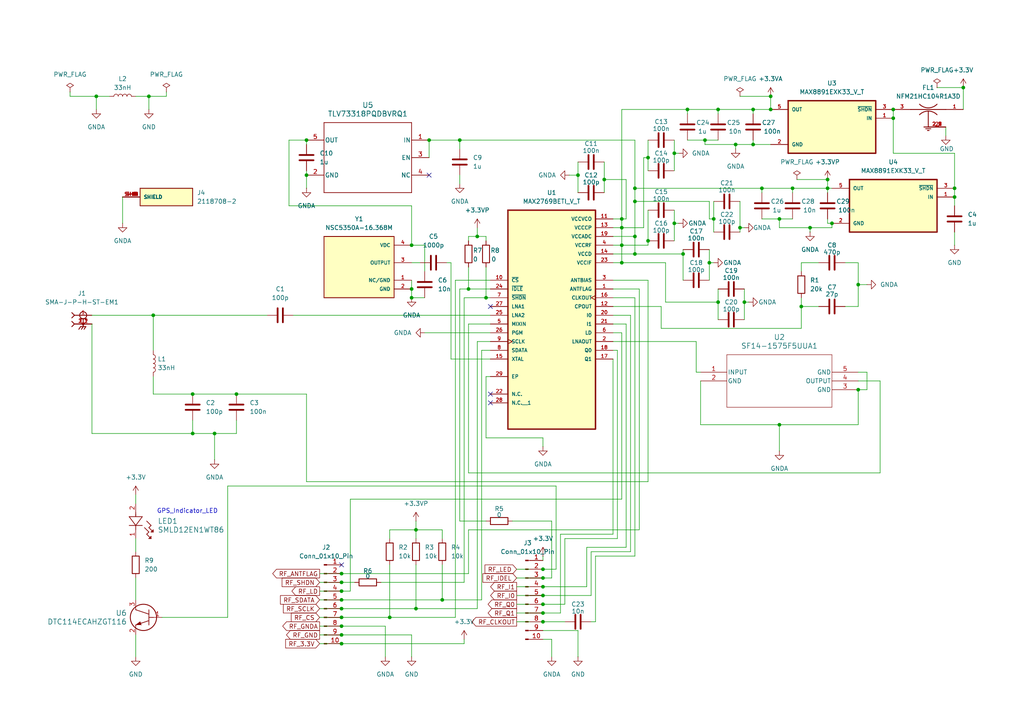
<source format=kicad_sch>
(kicad_sch (version 20250114) (generator "eeschema") (generator_version "9.0")
  (paper "A4")
  (title_block (title "GPS FrontEnd") (date "2025-11-06") (rev "Ver.1.1") (company "ISHI-Kai"))
  (text "GPS_Indicator_LED" (at 54.356 148.336 0) (effects (font (size 1.27 1.27))))
  (junction (at 215.9 87.63))
  (junction (at 279.4 25.4))
  (junction (at 157.48 170.18))
  (junction (at 119.38 71.12))
  (junction (at 55.88 125.73))
  (junction (at 207.01 63.5))
  (junction (at 99.06 168.91))
  (junction (at 99.06 186.69))
  (junction (at 138.43 68.58))
  (junction (at 276.86 57.15))
  (junction (at 232.41 88.9))
  (junction (at 180.34 63.5))
  (junction (at 140.97 86.36))
  (junction (at 226.06 123.19))
  (junction (at 218.44 31.75))
  (junction (at 180.34 76.2))
  (junction (at 133.35 40.64))
  (junction (at 157.48 180.34))
  (junction (at 240.03 52.07))
  (junction (at 99.06 166.37))
  (junction (at 120.65 176.53))
  (junction (at 99.06 176.53))
  (junction (at 128.27 173.99))
  (junction (at 220.98 54.61))
  (junction (at 184.15 54.61))
  (junction (at 180.34 71.12))
  (junction (at 240.03 54.61))
  (junction (at 44.45 91.44))
  (junction (at 99.06 179.07))
  (junction (at 198.12 73.66))
  (junction (at 195.58 44.45))
  (junction (at 135.89 83.82))
  (junction (at 259.08 31.75))
  (junction (at 55.88 114.3))
  (junction (at 113.03 179.07))
  (junction (at 99.06 171.45))
  (junction (at 208.28 31.75))
  (junction (at 88.9 50.8))
  (junction (at 184.15 73.66))
  (junction (at 68.58 114.3))
  (junction (at 234.95 66.04))
  (junction (at 184.15 58.42))
  (junction (at 187.96 69.85))
  (junction (at 157.48 172.72))
  (junction (at 229.87 54.61))
  (junction (at 157.48 175.26))
  (junction (at 223.52 27.94))
  (junction (at 119.38 86.36))
  (junction (at 276.86 54.61))
  (junction (at 259.08 34.29))
  (junction (at 157.48 177.8))
  (junction (at 205.74 76.2))
  (junction (at 208.28 87.63))
  (junction (at 248.92 113.03))
  (junction (at 241.3 64.77))
  (junction (at 99.06 173.99))
  (junction (at 214.63 66.04))
  (junction (at 119.38 83.82))
  (junction (at 27.94 27.94))
  (junction (at 43.18 27.94))
  (junction (at 99.06 181.61))
  (junction (at 175.26 52.07))
  (junction (at 248.92 82.55))
  (junction (at 223.52 31.75))
  (junction (at 120.65 153.67))
  (junction (at 199.39 31.75))
  (junction (at 180.34 66.04))
  (junction (at 157.48 165.1))
  (junction (at 88.9 40.64))
  (junction (at 187.96 45.72))
  (junction (at 124.46 40.64))
  (junction (at 218.44 41.91))
  (junction (at 99.06 184.15))
  (junction (at 157.48 167.64))
  (junction (at 213.36 41.91))
  (junction (at 204.47 40.64))
  (junction (at 62.23 125.73))
  (junction (at 184.15 68.58))
  (junction (at 195.58 64.77))
  (junction (at 226.06 63.5))
  (junction (at 167.64 50.8))
  (no_connect (at 142.24 114.3))
  (no_connect (at 142.24 116.84))
  (no_connect (at 142.24 88.9))
  (no_connect (at 99.06 163.83))
  (no_connect (at 124.46 50.8))
  (wire (pts (xy 43.18 27.94) (xy 43.18 31.75)))
  (wire (pts (xy 232.41 88.9) (xy 232.41 95.25)))
  (wire (pts (xy 223.52 27.94) (xy 223.52 31.75)))
  (wire (pts (xy 215.9 87.63) (xy 217.17 87.63)))
  (wire (pts (xy 39.37 184.15) (xy 39.37 190.5)))
  (wire (pts (xy 55.88 114.3) (xy 68.58 114.3)))
  (wire (pts (xy 232.41 88.9) (xy 237.49 88.9)))
  (wire (pts (xy 39.37 156.21) (xy 39.37 160.02)))
  (wire (pts (xy 157.48 177.8) (xy 162.56 177.8)))
  (wire (pts (xy 229.87 54.61) (xy 240.03 54.61)))
  (wire (pts (xy 88.9 139.7) (xy 88.9 114.3)))
  (wire (pts (xy 142.24 101.6) (xy 139.7 101.6)))
  (wire (pts (xy 121.92 76.2) (xy 119.38 76.2)))
  (wire (pts (xy 26.67 125.73) (xy 55.88 125.73)))
  (wire (pts (xy 92.71 168.91) (xy 99.06 168.91)))
  (wire (pts (xy 232.41 78.74) (xy 232.41 76.2)))
  (wire (pts (xy 274.32 36.83) (xy 274.32 39.37)))
  (wire (pts (xy 199.39 31.75) (xy 199.39 33.02)))
  (wire (pts (xy 184.15 40.64) (xy 184.15 54.61)))
  (wire (pts (xy 191.77 88.9) (xy 191.77 95.25)))
  (wire (pts (xy 55.88 125.73) (xy 55.88 121.92)))
  (wire (pts (xy 179.07 156.21) (xy 163.83 156.21)))
  (wire (pts (xy 175.26 52.07) (xy 175.26 55.88)))
  (wire (pts (xy 26.67 93.98) (xy 26.67 125.73)))
  (wire (pts (xy 213.36 41.91) (xy 213.36 43.18)))
  (wire (pts (xy 124.46 40.64) (xy 133.35 40.64)))
  (wire (pts (xy 207.01 58.42) (xy 207.01 63.5)))
  (wire (pts (xy 138.43 68.58) (xy 140.97 68.58)))
  (wire (pts (xy 113.03 163.83) (xy 113.03 179.07)))
  (wire (pts (xy 132.08 81.28) (xy 132.08 179.07)))
  (wire (pts (xy 157.48 165.1) (xy 161.29 165.1)))
  (wire (pts (xy 92.71 184.15) (xy 99.06 184.15)))
  (wire (pts (xy 88.9 114.3) (xy 68.58 114.3)))
  (wire (pts (xy 120.65 153.67) (xy 128.27 153.67)))
  (wire (pts (xy 88.9 49.53) (xy 88.9 50.8)))
  (wire (pts (xy 177.8 76.2) (xy 180.34 76.2)))
  (wire (pts (xy 198.12 73.66) (xy 198.12 81.28)))
  (wire (pts (xy 205.74 76.2) (xy 205.74 81.28)))
  (wire (pts (xy 92.71 179.07) (xy 99.06 179.07)))
  (wire (pts (xy 171.45 160.02) (xy 171.45 172.72)))
  (wire (pts (xy 149.86 167.64) (xy 157.48 167.64)))
  (wire (pts (xy 218.44 41.91) (xy 213.36 41.91)))
  (wire (pts (xy 142.24 99.06) (xy 138.43 99.06)))
  (wire (pts (xy 186.69 45.72) (xy 187.96 45.72)))
  (wire (pts (xy 240.03 52.07) (xy 240.03 54.61)))
  (wire (pts (xy 134.62 86.36) (xy 134.62 168.91)))
  (wire (pts (xy 226.06 123.19) (xy 203.2 123.19)))
  (wire (pts (xy 187.96 139.7) (xy 88.9 139.7)))
  (wire (pts (xy 134.62 168.91) (xy 110.49 168.91)))
  (wire (pts (xy 123.19 71.12) (xy 119.38 71.12)))
  (wire (pts (xy 180.34 71.12) (xy 187.96 71.12)))
  (wire (pts (xy 195.58 64.77) (xy 195.58 69.85)))
  (wire (pts (xy 259.08 44.45) (xy 259.08 34.29)))
  (wire (pts (xy 92.71 166.37) (xy 99.06 166.37)))
  (wire (pts (xy 165.1 50.8) (xy 167.64 50.8)))
  (wire (pts (xy 181.61 158.75) (xy 170.18 158.75)))
  (wire (pts (xy 120.65 151.13) (xy 120.65 153.67)))
  (wire (pts (xy 149.86 180.34) (xy 157.48 180.34)))
  (wire (pts (xy 92.71 171.45) (xy 99.06 171.45)))
  (wire (pts (xy 248.92 82.55) (xy 248.92 88.9)))
  (wire (pts (xy 248.92 113.03) (xy 248.92 123.19)))
  (wire (pts (xy 135.89 69.85) (xy 135.89 68.58)))
  (wire (pts (xy 208.28 31.75) (xy 208.28 33.02)))
  (wire (pts (xy 177.8 63.5) (xy 180.34 63.5)))
  (wire (pts (xy 139.7 101.6) (xy 139.7 173.99)))
  (wire (pts (xy 259.08 31.75) (xy 259.08 34.29)))
  (wire (pts (xy 184.15 54.61) (xy 220.98 54.61)))
  (wire (pts (xy 135.89 68.58) (xy 138.43 68.58)))
  (wire (pts (xy 135.89 166.37) (xy 135.89 153.67)))
  (wire (pts (xy 187.96 71.12) (xy 187.96 69.85)))
  (wire (pts (xy 163.83 156.21) (xy 163.83 175.26)))
  (wire (pts (xy 92.71 181.61) (xy 99.06 181.61)))
  (wire (pts (xy 85.09 91.44) (xy 142.24 91.44)))
  (wire (pts (xy 187.96 60.96) (xy 187.96 69.85)))
  (wire (pts (xy 157.48 185.42) (xy 160.02 185.42)))
  (wire (pts (xy 160.02 185.42) (xy 160.02 190.5)))
  (wire (pts (xy 214.63 27.94) (xy 223.52 27.94)))
  (wire (pts (xy 119.38 86.36) (xy 123.19 86.36)))
  (wire (pts (xy 149.86 175.26) (xy 157.48 175.26)))
  (wire (pts (xy 101.6 144.78) (xy 101.6 171.45)))
  (wire (pts (xy 157.48 172.72) (xy 171.45 172.72)))
  (wire (pts (xy 218.44 41.91) (xy 223.52 41.91)))
  (wire (pts (xy 201.93 107.95) (xy 201.93 99.06)))
  (wire (pts (xy 101.6 144.78) (xy 180.34 144.78)))
  (wire (pts (xy 241.3 66.04) (xy 234.95 66.04)))
  (wire (pts (xy 204.47 41.91) (xy 204.47 40.64)))
  (wire (pts (xy 120.65 176.53) (xy 138.43 176.53)))
  (wire (pts (xy 226.06 63.5) (xy 229.87 63.5)))
  (wire (pts (xy 180.34 31.75) (xy 180.34 63.5)))
  (wire (pts (xy 181.61 63.5) (xy 181.61 52.07)))
  (wire (pts (xy 198.12 72.39) (xy 198.12 73.66)))
  (wire (pts (xy 133.35 40.64) (xy 133.35 43.18)))
  (wire (pts (xy 66.04 179.07) (xy 66.04 140.97)))
  (wire (pts (xy 208.28 31.75) (xy 218.44 31.75)))
  (wire (pts (xy 39.37 143.51) (xy 39.37 146.05)))
  (wire (pts (xy 133.35 50.8) (xy 133.35 53.34)))
  (wire (pts (xy 99.06 166.37) (xy 135.89 166.37)))
  (wire (pts (xy 248.92 107.95) (xy 251.46 107.95)))
  (wire (pts (xy 119.38 184.15) (xy 119.38 190.5)))
  (wire (pts (xy 184.15 58.42) (xy 184.15 68.58)))
  (wire (pts (xy 134.62 186.69) (xy 134.62 185.42)))
  (wire (pts (xy 133.35 40.64) (xy 184.15 40.64)))
  (wire (pts (xy 195.58 44.45) (xy 195.58 49.53)))
  (wire (pts (xy 135.89 77.47) (xy 135.89 83.82)))
  (wire (pts (xy 245.11 76.2) (xy 248.92 76.2)))
  (wire (pts (xy 124.46 40.64) (xy 124.46 45.72)))
  (wire (pts (xy 138.43 66.04) (xy 138.43 68.58)))
  (wire (pts (xy 172.72 180.34) (xy 171.45 180.34)))
  (wire (pts (xy 133.35 83.82) (xy 133.35 151.13)))
  (wire (pts (xy 271.78 25.4) (xy 279.4 25.4)))
  (wire (pts (xy 229.87 54.61) (xy 229.87 55.88)))
  (wire (pts (xy 205.74 63.5) (xy 205.74 58.42)))
  (wire (pts (xy 170.18 158.75) (xy 170.18 170.18)))
  (wire (pts (xy 101.6 171.45) (xy 99.06 171.45)))
  (wire (pts (xy 162.56 154.94) (xy 162.56 177.8)))
  (wire (pts (xy 113.03 156.21) (xy 113.03 153.67)))
  (wire (pts (xy 231.14 52.07) (xy 240.03 52.07)))
  (wire (pts (xy 220.98 54.61) (xy 229.87 54.61)))
  (wire (pts (xy 181.61 93.98) (xy 181.61 158.75)))
  (wire (pts (xy 161.29 140.97) (xy 161.29 165.1)))
  (wire (pts (xy 248.92 110.49) (xy 255.27 110.49)))
  (wire (pts (xy 201.93 107.95) (xy 203.2 107.95)))
  (wire (pts (xy 135.89 153.67) (xy 185.42 153.67)))
  (wire (pts (xy 226.06 66.04) (xy 226.06 63.5)))
  (wire (pts (xy 279.4 25.4) (xy 279.4 31.75)))
  (wire (pts (xy 88.9 40.64) (xy 83.82 40.64)))
  (wire (pts (xy 180.34 71.12) (xy 180.34 66.04)))
  (wire (pts (xy 140.97 127) (xy 157.48 127)))
  (wire (pts (xy 255.27 110.49) (xy 255.27 137.16)))
  (wire (pts (xy 149.86 170.18) (xy 157.48 170.18)))
  (wire (pts (xy 172.72 161.29) (xy 172.72 180.34)))
  (wire (pts (xy 215.9 87.63) (xy 215.9 92.71)))
  (wire (pts (xy 240.03 63.5) (xy 240.03 64.77)))
  (wire (pts (xy 187.96 45.72) (xy 187.96 49.53)))
  (wire (pts (xy 175.26 46.99) (xy 175.26 52.07)))
  (wire (pts (xy 186.69 66.04) (xy 186.69 45.72)))
  (wire (pts (xy 201.93 99.06) (xy 177.8 99.06)))
  (wire (pts (xy 157.48 127) (xy 157.48 129.54)))
  (wire (pts (xy 142.24 86.36) (xy 140.97 86.36)))
  (wire (pts (xy 214.63 66.04) (xy 214.63 67.31)))
  (wire (pts (xy 113.03 153.67) (xy 120.65 153.67)))
  (wire (pts (xy 195.58 64.77) (xy 196.85 64.77)))
  (wire (pts (xy 132.08 179.07) (xy 113.03 179.07)))
  (wire (pts (xy 167.64 50.8) (xy 167.64 55.88)))
  (wire (pts (xy 99.06 179.07) (xy 113.03 179.07)))
  (wire (pts (xy 68.58 125.73) (xy 62.23 125.73)))
  (wire (pts (xy 184.15 161.29) (xy 172.72 161.29)))
  (wire (pts (xy 182.88 160.02) (xy 171.45 160.02)))
  (wire (pts (xy 88.9 50.8) (xy 88.9 54.61)))
  (wire (pts (xy 177.8 88.9) (xy 191.77 88.9)))
  (wire (pts (xy 240.03 54.61) (xy 240.03 55.88)))
  (wire (pts (xy 276.86 54.61) (xy 276.86 44.45)))
  (wire (pts (xy 92.71 173.99) (xy 99.06 173.99)))
  (wire (pts (xy 187.96 40.64) (xy 187.96 45.72)))
  (wire (pts (xy 232.41 76.2) (xy 237.49 76.2)))
  (wire (pts (xy 204.47 40.64) (xy 208.28 40.64)))
  (wire (pts (xy 31.75 27.94) (xy 27.94 27.94)))
  (wire (pts (xy 177.8 81.28) (xy 187.96 81.28)))
  (wire (pts (xy 149.86 177.8) (xy 157.48 177.8)))
  (wire (pts (xy 187.96 81.28) (xy 187.96 139.7)))
  (wire (pts (xy 205.74 76.2) (xy 207.01 76.2)))
  (wire (pts (xy 232.41 86.36) (xy 232.41 88.9)))
  (wire (pts (xy 133.35 151.13) (xy 140.97 151.13)))
  (wire (pts (xy 205.74 63.5) (xy 207.01 63.5)))
  (wire (pts (xy 142.24 109.22) (xy 140.97 109.22)))
  (wire (pts (xy 203.2 123.19) (xy 203.2 110.49)))
  (wire (pts (xy 149.86 172.72) (xy 157.48 172.72)))
  (wire (pts (xy 20.32 27.94) (xy 27.94 27.94)))
  (wire (pts (xy 248.92 76.2) (xy 248.92 82.55)))
  (wire (pts (xy 123.19 78.74) (xy 123.19 71.12)))
  (wire (pts (xy 39.37 27.94) (xy 43.18 27.94)))
  (wire (pts (xy 184.15 86.36) (xy 184.15 161.29)))
  (wire (pts (xy 177.8 93.98) (xy 181.61 93.98)))
  (wire (pts (xy 248.92 82.55) (xy 251.46 82.55)))
  (wire (pts (xy 177.8 68.58) (xy 184.15 68.58)))
  (wire (pts (xy 177.8 83.82) (xy 185.42 83.82)))
  (wire (pts (xy 208.28 87.63) (xy 208.28 92.71)))
  (wire (pts (xy 35.56 57.15) (xy 35.56 64.77)))
  (wire (pts (xy 193.04 76.2) (xy 193.04 87.63)))
  (wire (pts (xy 99.06 184.15) (xy 119.38 184.15)))
  (wire (pts (xy 160.02 167.64) (xy 157.48 167.64)))
  (wire (pts (xy 62.23 125.73) (xy 62.23 133.35)))
  (wire (pts (xy 99.06 173.99) (xy 128.27 173.99)))
  (wire (pts (xy 120.65 163.83) (xy 120.65 176.53)))
  (wire (pts (xy 180.34 71.12) (xy 180.34 76.2)))
  (wire (pts (xy 180.34 66.04) (xy 186.69 66.04)))
  (wire (pts (xy 185.42 83.82) (xy 185.42 153.67)))
  (wire (pts (xy 276.86 54.61) (xy 276.86 57.15)))
  (wire (pts (xy 214.63 66.04) (xy 215.9 66.04)))
  (wire (pts (xy 48.26 26.67) (xy 48.26 27.94)))
  (wire (pts (xy 215.9 83.82) (xy 215.9 87.63)))
  (wire (pts (xy 182.88 91.44) (xy 182.88 160.02)))
  (wire (pts (xy 180.34 96.52) (xy 180.34 144.78)))
  (wire (pts (xy 205.74 72.39) (xy 205.74 76.2)))
  (wire (pts (xy 149.86 165.1) (xy 157.48 165.1)))
  (wire (pts (xy 135.89 93.98) (xy 142.24 93.98)))
  (wire (pts (xy 180.34 31.75) (xy 199.39 31.75)))
  (wire (pts (xy 177.8 154.94) (xy 162.56 154.94)))
  (wire (pts (xy 140.97 86.36) (xy 134.62 86.36)))
  (wire (pts (xy 199.39 31.75) (xy 208.28 31.75)))
  (wire (pts (xy 83.82 40.64) (xy 83.82 59.69)))
  (wire (pts (xy 180.34 63.5) (xy 181.61 63.5)))
  (wire (pts (xy 177.8 96.52) (xy 180.34 96.52)))
  (wire (pts (xy 44.45 114.3) (xy 55.88 114.3)))
  (wire (pts (xy 128.27 163.83) (xy 128.27 173.99)))
  (wire (pts (xy 44.45 109.22) (xy 44.45 114.3)))
  (wire (pts (xy 276.86 67.31) (xy 276.86 71.12)))
  (wire (pts (xy 177.8 66.04) (xy 180.34 66.04)))
  (wire (pts (xy 26.67 91.44) (xy 44.45 91.44)))
  (wire (pts (xy 234.95 66.04) (xy 234.95 67.31)))
  (wire (pts (xy 138.43 99.06) (xy 138.43 176.53)))
  (wire (pts (xy 48.26 27.94) (xy 43.18 27.94)))
  (wire (pts (xy 177.8 104.14) (xy 177.8 154.94)))
  (wire (pts (xy 240.03 64.77) (xy 241.3 64.77)))
  (wire (pts (xy 213.36 41.91) (xy 204.47 41.91)))
  (wire (pts (xy 140.97 77.47) (xy 140.97 86.36)))
  (wire (pts (xy 226.06 123.19) (xy 226.06 130.81)))
  (wire (pts (xy 195.58 44.45) (xy 196.85 44.45)))
  (wire (pts (xy 92.71 176.53) (xy 99.06 176.53)))
  (wire (pts (xy 157.48 175.26) (xy 163.83 175.26)))
  (wire (pts (xy 148.59 151.13) (xy 160.02 151.13)))
  (wire (pts (xy 140.97 68.58) (xy 140.97 69.85)))
  (wire (pts (xy 157.48 182.88) (xy 167.64 182.88)))
  (wire (pts (xy 195.58 40.64) (xy 195.58 44.45)))
  (wire (pts (xy 180.34 63.5) (xy 180.34 66.04)))
  (wire (pts (xy 167.64 46.99) (xy 167.64 50.8)))
  (wire (pts (xy 177.8 101.6) (xy 179.07 101.6)))
  (wire (pts (xy 276.86 44.45) (xy 259.08 44.45)))
  (wire (pts (xy 245.11 88.9) (xy 248.92 88.9)))
  (wire (pts (xy 248.92 113.03) (xy 251.46 113.03)))
  (wire (pts (xy 240.03 54.61) (xy 241.3 54.61)))
  (wire (pts (xy 276.86 57.15) (xy 276.86 59.69)))
  (wire (pts (xy 199.39 40.64) (xy 204.47 40.64)))
  (wire (pts (xy 177.8 86.36) (xy 184.15 86.36)))
  (wire (pts (xy 128.27 153.67) (xy 128.27 156.21)))
  (wire (pts (xy 195.58 60.96) (xy 195.58 64.77)))
  (wire (pts (xy 88.9 40.64) (xy 88.9 41.91)))
  (wire (pts (xy 157.48 161.29) (xy 157.48 162.56)))
  (wire (pts (xy 191.77 95.25) (xy 232.41 95.25)))
  (wire (pts (xy 44.45 91.44) (xy 44.45 101.6)))
  (wire (pts (xy 99.06 168.91) (xy 102.87 168.91)))
  (wire (pts (xy 167.64 182.88) (xy 167.64 190.5)))
  (wire (pts (xy 135.89 137.16) (xy 135.89 93.98)))
  (wire (pts (xy 119.38 59.69) (xy 83.82 59.69)))
  (wire (pts (xy 181.61 52.07) (xy 175.26 52.07)))
  (wire (pts (xy 177.8 91.44) (xy 182.88 91.44)))
  (wire (pts (xy 62.23 125.73) (xy 55.88 125.73)))
  (wire (pts (xy 99.06 176.53) (xy 120.65 176.53)))
  (wire (pts (xy 142.24 83.82) (xy 135.89 83.82)))
  (wire (pts (xy 177.8 73.66) (xy 184.15 73.66)))
  (wire (pts (xy 214.63 58.42) (xy 214.63 66.04)))
  (wire (pts (xy 193.04 87.63) (xy 208.28 87.63)))
  (wire (pts (xy 251.46 107.95) (xy 251.46 113.03)))
  (wire (pts (xy 128.27 173.99) (xy 139.7 173.99)))
  (wire (pts (xy 120.65 153.67) (xy 120.65 156.21)))
  (wire (pts (xy 119.38 71.12) (xy 119.38 59.69)))
  (wire (pts (xy 184.15 54.61) (xy 184.15 58.42)))
  (wire (pts (xy 220.98 63.5) (xy 226.06 63.5)))
  (wire (pts (xy 255.27 137.16) (xy 135.89 137.16)))
  (wire (pts (xy 66.04 140.97) (xy 161.29 140.97)))
  (wire (pts (xy 180.34 76.2) (xy 193.04 76.2)))
  (wire (pts (xy 177.8 71.12) (xy 180.34 71.12)))
  (wire (pts (xy 160.02 151.13) (xy 160.02 167.64)))
  (wire (pts (xy 184.15 58.42) (xy 205.74 58.42)))
  (wire (pts (xy 157.48 180.34) (xy 163.83 180.34)))
  (wire (pts (xy 184.15 73.66) (xy 198.12 73.66)))
  (wire (pts (xy 241.3 64.77) (xy 241.3 66.04)))
  (wire (pts (xy 27.94 27.94) (xy 27.94 31.75)))
  (wire (pts (xy 248.92 123.19) (xy 226.06 123.19)))
  (wire (pts (xy 46.99 179.07) (xy 66.04 179.07)))
  (wire (pts (xy 140.97 109.22) (xy 140.97 127)))
  (wire (pts (xy 130.81 76.2) (xy 129.54 76.2)))
  (wire (pts (xy 218.44 31.75) (xy 218.44 33.02)))
  (wire (pts (xy 39.37 167.64) (xy 39.37 173.99)))
  (wire (pts (xy 130.81 76.2) (xy 130.81 104.14)))
  (wire (pts (xy 179.07 101.6) (xy 179.07 156.21)))
  (wire (pts (xy 130.81 104.14) (xy 142.24 104.14)))
  (wire (pts (xy 207.01 63.5) (xy 207.01 67.31)))
  (wire (pts (xy 184.15 68.58) (xy 184.15 73.66)))
  (wire (pts (xy 99.06 181.61) (xy 111.76 181.61)))
  (wire (pts (xy 123.19 96.52) (xy 142.24 96.52)))
  (wire (pts (xy 220.98 54.61) (xy 220.98 55.88)))
  (wire (pts (xy 20.32 26.67) (xy 20.32 27.94)))
  (wire (pts (xy 142.24 81.28) (xy 132.08 81.28)))
  (wire (pts (xy 44.45 91.44) (xy 77.47 91.44)))
  (wire (pts (xy 99.06 186.69) (xy 134.62 186.69)))
  (wire (pts (xy 111.76 181.61) (xy 111.76 190.5)))
  (wire (pts (xy 218.44 31.75) (xy 223.52 31.75)))
  (wire (pts (xy 68.58 121.92) (xy 68.58 125.73)))
  (wire (pts (xy 119.38 81.28) (xy 119.38 83.82)))
  (wire (pts (xy 157.48 170.18) (xy 170.18 170.18)))
  (wire (pts (xy 234.95 66.04) (xy 226.06 66.04)))
  (wire (pts (xy 92.71 186.69) (xy 99.06 186.69)))
  (wire (pts (xy 218.44 40.64) (xy 218.44 41.91)))
  (wire (pts (xy 119.38 83.82) (xy 119.38 86.36)))
  (wire (pts (xy 135.89 83.82) (xy 133.35 83.82)))
  (wire (pts (xy 208.28 83.82) (xy 208.28 87.63)))
  (global_label "RF_SHDN" (shape input) (at 92.71 168.91 180) (property "Intersheetrefs" "${INTERSHEET_REFS}" (effects (hide yes))))
  (global_label "RF_CLKOUT" (shape output) (at 149.86 180.34 180) (property "Intersheetrefs" "${INTERSHEET_REFS}" (effects (hide yes))))
  (global_label "RF_LD" (shape output) (at 92.71 171.45 180) (property "Intersheetrefs" "${INTERSHEET_REFS}" (effects (hide yes))))
  (global_label "RF_I0" (shape output) (at 149.86 172.72 180) (property "Intersheetrefs" "${INTERSHEET_REFS}" (effects (hide yes))))
  (global_label "RF_Q1" (shape output) (at 149.86 177.8 180) (property "Intersheetrefs" "${INTERSHEET_REFS}" (effects (hide yes))))
  (global_label "RF_IDEL" (shape input) (at 149.86 167.64 180) (property "Intersheetrefs" "${INTERSHEET_REFS}" (effects (hide yes))))
  (global_label "RF_SDATA" (shape input) (at 92.71 173.99 180) (property "Intersheetrefs" "${INTERSHEET_REFS}" (effects (hide yes))))
  (global_label "RF_I1" (shape output) (at 149.86 170.18 180) (property "Intersheetrefs" "${INTERSHEET_REFS}" (effects (hide yes))))
  (global_label "RF_GND" (shape output) (at 92.71 184.15 180) (property "Intersheetrefs" "${INTERSHEET_REFS}" (effects (hide yes))))
  (global_label "RF_ANTFLAG" (shape output) (at 92.71 166.37 180) (property "Intersheetrefs" "${INTERSHEET_REFS}" (effects (hide yes))))
  (global_label "RF_SCLK" (shape input) (at 92.71 176.53 180) (property "Intersheetrefs" "${INTERSHEET_REFS}" (effects (hide yes))))
  (global_label "RF_GNDA" (shape output) (at 92.71 181.61 180) (property "Intersheetrefs" "${INTERSHEET_REFS}" (effects (hide yes))))
  (global_label "RF_Q0" (shape output) (at 149.86 175.26 180) (property "Intersheetrefs" "${INTERSHEET_REFS}" (effects (hide yes))))
  (global_label "RF_CS" (shape input) (at 92.71 179.07 180) (property "Intersheetrefs" "${INTERSHEET_REFS}" (effects (hide yes))))
  (global_label "RF_LED" (shape input) (at 149.86 165.1 180) (property "Intersheetrefs" "${INTERSHEET_REFS}" (effects (hide yes))))
  (global_label "RF_3.3V" (shape input) (at 92.71 186.69 180) (property "Intersheetrefs" "${INTERSHEET_REFS}" (effects (hide yes))))
  (symbol (lib_id "power:+3.3VP") (at 120.65 151.13 0) (unit 1)
    (property "Reference" "#PWR025" (effects (hide yes)))
    (property "Value" "+3.3VP" (at 120.65 146.05 0))
    (property "Description" "Power symbol creates a global label with name \"+3.3VP\"" (effects (hide yes)))
  )
  (symbol (lib_id "SMA-J-P-H-ST-EM1:SMA-J-P-H-ST-EM1") (at 24.13 93.98 0) (unit 1)
    (property "Reference" "J1" (at 23.749 85.09 0))
    (property "Value" "SMA-J-P-H-ST-EM1" (at 23.749 87.63 0))
    (property "Footprint" "GPS_FrontEnd:SAMTEC_SMA-J-P-H-ST-EM1" (effects (hide yes)))
    (property "PARTREV" "G" (effects (hide yes)))
    (property "MANUFACTURER" "Samtec" (effects (hide yes)))
    (property "MAXIMUM_PACKAGE_HEIGHT" "3.675mm" (effects (hide yes)))
    (property "STANDARD" "Manufacturer Recommendations" (effects (hide yes)))
  )
  (symbol (lib_id "Device:R") (at 106.68 168.91 90) (unit 1)
    (property "Reference" "R6" (at 106.68 165.608 90))
    (property "Value" "0" (at 106.68 167.132 90))
    (property "Footprint" "Resistor_SMD:R_0603_1608Metric" (effects (hide yes)))
    (property "Description" "Resistor" (effects (hide yes)))
  )
  (symbol (lib_id "Device:C") (at 208.28 36.83 0) (unit 1)
    (property "Reference" "C25" (at 210.82 35.56 0) (effects (justify left)))
    (property "Value" "10n" (at 211.328 38.1 0) (effects (justify left)))
    (property "Footprint" "Capacitor_SMD:C_0603_1608Metric" (effects (hide yes)))
    (property "Description" "Unpolarized capacitor" (effects (hide yes)))
  )
  (symbol (lib_id "Device:C") (at 220.98 59.69 0) (unit 1)
    (property "Reference" "C26" (at 223.52 58.42 0) (effects (justify left)))
    (property "Value" "1u" (at 224.028 60.96 0) (effects (justify left)))
    (property "Footprint" "Capacitor_SMD:C_0603_1608Metric" (effects (hide yes)))
    (property "Description" "Unpolarized capacitor" (effects (hide yes)))
  )
  (symbol (lib_id "Device:L") (at 35.56 27.94 90) (unit 1)
    (property "Reference" "L2" (at 35.56 22.86 90))
    (property "Value" "33nH" (at 35.56 25.4 90))
    (property "Footprint" "Inductor_SMD:L_0603_1608Metric" (effects (hide yes)))
    (property "Description" "Inductor" (effects (hide yes)))
  )
  (symbol (lib_id "DTC114ECAHZGT116:DTC114ECAHZGT116") (at 46.99 179.07 0) (mirror y) (unit 1)
    (property "Reference" "U6" (at 36.83 177.7999 0) (effects (font (size 1.524 1.524)) (justify left)))
    (property "Value" "DTC114ECAHZGT116" (at 36.83 180.3399 0) (effects (font (size 1.524 1.524)) (justify left)))
    (property "Footprint" "GPS_FrontEnd:TRANS_DTCZCAHZGT_ROM" (effects (hide yes)))
    (property "Datasheet" "DTC114ECAHZGT116" (effects (hide yes)))
  )
  (symbol (lib_id "Device:C") (at 201.93 81.28 270) (mirror x) (unit 1)
    (property "Reference" "C18" (at 201.93 76.2 90))
    (property "Value" "100p" (at 201.93 78.232 90))
    (property "Footprint" "Capacitor_SMD:C_0603_1608Metric" (effects (hide yes)))
    (property "Description" "Unpolarized capacitor" (effects (hide yes)))
  )
  (symbol (lib_id "Device:C") (at 55.88 118.11 0) (unit 1)
    (property "Reference" "C2" (at 59.69 116.8399 0) (effects (justify left)))
    (property "Value" "100p" (at 59.69 119.3799 0) (effects (justify left)))
    (property "Footprint" "Capacitor_SMD:C_0603_1608Metric" (effects (hide yes)))
    (property "Description" "Unpolarized capacitor" (effects (hide yes)))
  )
  (symbol (lib_id "Device:L") (at 44.45 105.41 0) (unit 1)
    (property "Reference" "L1" (at 45.72 104.1399 0) (effects (justify left)))
    (property "Value" "33nH" (at 45.72 106.6799 0) (effects (justify left)))
    (property "Footprint" "Inductor_SMD:L_0603_1608Metric" (effects (hide yes)))
    (property "Description" "Inductor" (effects (hide yes)))
  )
  (symbol (lib_id "power:GNDA") (at 133.35 53.34 0) (unit 1)
    (property "Reference" "#PWR012" (effects (hide yes)))
    (property "Value" "GNDA" (at 133.35 58.42 0))
    (property "Description" "Power symbol creates a global label with name \"GNDA\" , analog ground" (effects (hide yes)))
  )
  (symbol (lib_id "Device:C") (at 171.45 46.99 90) (unit 1)
    (property "Reference" "C11" (at 171.45 41.656 90))
    (property "Value" "100n" (at 171.45 43.688 90))
    (property "Footprint" "Capacitor_SMD:C_0603_1608Metric" (effects (hide yes)))
    (property "Description" "Unpolarized capacitor" (effects (hide yes)))
  )
  (symbol (lib_id "Device:C") (at 191.77 60.96 90) (unit 1)
    (property "Reference" "C15" (at 191.77 55.626 90))
    (property "Value" "100n" (at 191.77 57.658 90))
    (property "Footprint" "Capacitor_SMD:C_0603_1608Metric" (effects (hide yes)))
    (property "Description" "Unpolarized capacitor" (effects (hide yes)))
  )
  (symbol (lib_id "power:GNDA") (at 123.19 96.52 270) (unit 1)
    (property "Reference" "#PWR023" (effects (hide yes)))
    (property "Value" "GNDA" (at 119.38 96.5199 90) (effects (justify right)))
    (property "Description" "Power symbol creates a global label with name \"GNDA\" , analog ground" (effects (hide yes)))
  )
  (symbol (lib_id "Device:R") (at 113.03 160.02 0) (unit 1)
    (property "Reference" "R2" (at 115.57 158.7499 0) (effects (justify left)))
    (property "Value" "10k" (at 115.57 161.2899 0) (effects (justify left)))
    (property "Footprint" "Resistor_SMD:R_0603_1608Metric" (effects (hide yes)))
    (property "Description" "Resistor" (effects (hide yes)))
  )
  (symbol (lib_id "Device:C") (at 167.64 180.34 90) (unit 1)
    (property "Reference" "C23" (at 167.64 175.26 90))
    (property "Value" "10n" (at 167.64 177.292 90))
    (property "Footprint" "Capacitor_SMD:C_0603_1608Metric" (effects (hide yes)))
    (property "Description" "Unpolarized capacitor" (effects (hide yes)))
  )
  (symbol (lib_id "Device:C") (at 240.03 59.69 0) (unit 1)
    (property "Reference" "C29" (at 242.57 58.42 0) (effects (justify left)))
    (property "Value" "100n" (at 243.078 60.96 0) (effects (justify left)))
    (property "Footprint" "Capacitor_SMD:C_0603_1608Metric" (effects (hide yes)))
    (property "Description" "Unpolarized capacitor" (effects (hide yes)))
  )
  (symbol (lib_id "NFM21HC104R1A3D:NFM21HC104R1A3D") (at 269.24 31.75 0) (mirror y) (unit 1)
    (property "Reference" "FL1" (at 269.24 25.4 0))
    (property "Value" "NFM21HC104R1A3D" (at 269.24 27.94 0))
    (property "Footprint" "GPS_FrontEnd:FIL_NFM21HC104R1A3D" (effects (hide yes)))
    (property "MF" "Murata" (effects (hide yes)))
    (property "DESCRIPTION" "Feedthrough Capacitor" (effects (hide yes)))
    (property "PACKAGE" "0805 Murata" (effects (hide yes)))
    (property "PRICE" "None" (effects (hide yes)))
    (property "MP" "NFM21HC474R1A3D" (effects (hide yes)))
    (property "AVAILABILITY" "Unavailable" (effects (hide yes)))
  )
  (symbol (lib_id "Device:C") (at 199.39 36.83 0) (unit 1)
    (property "Reference" "C24" (at 201.93 35.56 0) (effects (justify left)))
    (property "Value" "1u" (at 202.438 38.1 0) (effects (justify left)))
    (property "Footprint" "Capacitor_SMD:C_0603_1608Metric" (effects (hide yes)))
    (property "Description" "Unpolarized capacitor" (effects (hide yes)))
  )
  (symbol (lib_id "power:GNDA") (at 234.95 67.31 0) (unit 1)
    (property "Reference" "#PWR05" (effects (hide yes)))
    (property "Value" "GNDA" (at 234.95 72.39 0))
    (property "Description" "Power symbol creates a global label with name \"GNDA\" , analog ground" (effects (hide yes)))
  )
  (symbol (lib_id "power:GND") (at 167.64 190.5 0) (unit 1)
    (property "Reference" "#PWR033" (effects (hide yes)))
    (property "Value" "GND" (at 167.64 195.58 0))
    (property "Description" "Power symbol creates a global label with name \"GND\" , ground" (effects (hide yes)))
  )
  (symbol (lib_id "power:GNDA") (at 35.56 64.77 0) (unit 1)
    (property "Reference" "#PWR031" (effects (hide yes)))
    (property "Value" "GNDA" (at 35.56 69.85 0))
    (property "Description" "Power symbol creates a global label with name \"GNDA\" , analog ground" (effects (hide yes)))
  )
  (symbol (lib_id "Device:C") (at 81.28 91.44 90) (unit 1)
    (property "Reference" "C1" (at 81.28 83.82 90))
    (property "Value" "100p" (at 81.28 86.36 90))
    (property "Footprint" "Capacitor_SMD:C_0603_1608Metric" (effects (hide yes)))
    (property "Description" "Unpolarized capacitor" (effects (hide yes)))
  )
  (symbol (lib_id "SMLD12EN1WT86:SMLD12EN1WT86") (at 39.37 146.05 270) (unit 1)
    (property "Reference" "LED1" (at 45.72 151.1299 90) (effects (font (size 1.524 1.524)) (justify left)))
    (property "Value" "SMLD12EN1WT86" (at 45.72 153.6699 90) (effects (font (size 1.524 1.524)) (justify left)))
    (property "Footprint" "GPS_FrontEnd:SMLD12EN1WT86" (effects (hide yes)))
    (property "Datasheet" "SMLD12EN1WT86" (effects (hide yes)))
  )
  (symbol (lib_id "Device:R") (at 144.78 151.13 90) (unit 1)
    (property "Reference" "R5" (at 144.78 147.574 90))
    (property "Value" "0" (at 144.78 149.352 90))
    (property "Footprint" "Resistor_SMD:R_0603_1608Metric" (effects (hide yes)))
    (property "Description" "Resistor" (effects (hide yes)))
  )
  (symbol (lib_id "Device:C") (at 241.3 76.2 90) (unit 1)
    (property "Reference" "C8" (at 241.3 71.12 90))
    (property "Value" "470p" (at 241.3 73.152 90))
    (property "Footprint" "GPS_FrontEnd:C_0505_1313Metric" (effects (hide yes)))
    (property "Description" "Unpolarized capacitor" (effects (hide yes)))
  )
  (symbol (lib_id "TLV73318PQDBVRQ1:TLV73318PQDBVRQ1") (at 106.68 45.72 0) (mirror y) (unit 1)
    (property "Reference" "U5" (at 106.68 30.48 0) (effects (font (size 1.524 1.524))))
    (property "Value" "TLV73318PQDBVRQ1" (at 106.68 33.02 0) (effects (font (size 1.524 1.524))))
    (property "Footprint" "GPS_FrontEnd:DBV0005A_N" (effects (hide yes)))
    (property "Datasheet" "https://www.ti.com/lit/gpn/tlv733p-q1" (effects (hide yes)))
  )
  (symbol (lib_id "Device:C") (at 68.58 118.11 0) (unit 1)
    (property "Reference" "C3" (at 72.39 116.8399 0) (effects (justify left)))
    (property "Value" "100n" (at 72.39 119.3799 0) (effects (justify left)))
    (property "Footprint" "GPS_FrontEnd:C_1111_2828Metric" (effects (hide yes)))
    (property "Description" "Unpolarized capacitor" (effects (hide yes)))
  )
  (symbol (lib_id "power:GNDA") (at 111.76 190.5 0) (unit 1)
    (property "Reference" "#PWR015" (effects (hide yes)))
    (property "Value" "GNDA" (at 111.76 195.58 0))
    (property "Description" "Power symbol creates a global label with name \"GNDA\" , analog ground" (effects (hide yes)))
  )
  (symbol (lib_id "power:GNDA") (at 217.17 87.63 90) (unit 1)
    (property "Reference" "#PWR019" (effects (hide yes)))
    (property "Value" "GNDA" (at 219.964 87.63 90) (effects (justify right)))
    (property "Description" "Power symbol creates a global label with name \"GNDA\" , analog ground" (effects (hide yes)))
  )
  (symbol (lib_id "power:GND") (at 119.38 190.5 0) (unit 1)
    (property "Reference" "#PWR014" (effects (hide yes)))
    (property "Value" "GND" (at 119.38 195.58 0))
    (property "Description" "Power symbol creates a global label with name \"GND\" , ground" (effects (hide yes)))
  )
  (symbol (lib_id "power:GNDA") (at 62.23 133.35 0) (unit 1)
    (property "Reference" "#PWR03" (effects (hide yes)))
    (property "Value" "GNDA" (at 62.23 138.43 0))
    (property "Description" "Power symbol creates a global label with name \"GNDA\" , analog ground" (effects (hide yes)))
  )
  (symbol (lib_id "power:PWR_FLAG") (at 20.32 26.67 0) (unit 1)
    (property "Reference" "#FLG03" (effects (hide yes)))
    (property "Value" "PWR_FLAG" (at 20.32 21.59 0))
    (property "Description" "Special symbol for telling ERC where power comes from" (effects (hide yes)))
  )
  (symbol (lib_id "power:GND") (at 276.86 71.12 0) (unit 1)
    (property "Reference" "#PWR08" (effects (hide yes)))
    (property "Value" "GND" (at 276.86 76.2 0))
    (property "Description" "Power symbol creates a global label with name \"GND\" , ground" (effects (hide yes)))
  )
  (symbol (lib_id "Connector:Conn_01x10_Pin") (at 93.98 173.99 0) (unit 1)
    (property "Reference" "J2" (at 94.615 158.75 0))
    (property "Value" "Conn_01x10_Pin" (at 94.615 161.29 0))
    (property "Footprint" "Connector_PinHeader_2.54mm:PinHeader_1x10_P2.54mm_Vertical" (effects (hide yes)))
    (property "Description" "Generic connector, single row, 01x10, script generated" (effects (hide yes)))
  )
  (symbol (lib_id "MAX8891EXK33_V_T:MAX8891EXK33_V_T") (at 259.08 59.69 0) (mirror y) (unit 1)
    (property "Reference" "U4" (at 259.08 46.99 0))
    (property "Value" "MAX8891EXK33_V_T" (at 259.08 49.53 0))
    (property "Footprint" "GPS_FrontEnd:SOT65P210X110-5N" (effects (hide yes)))
    (property "Manufacturer" "Maxim Integrated" (effects (hide yes)))
    (property "Package" "SOT65P210X110-5N" (effects (hide yes)))
  )
  (symbol (lib_id "Device:C") (at 210.82 58.42 90) (unit 1)
    (property "Reference" "C21" (at 210.82 53.086 90))
    (property "Value" "100n" (at 210.82 55.118 90))
    (property "Footprint" "Capacitor_SMD:C_0603_1608Metric" (effects (hide yes)))
    (property "Description" "Unpolarized capacitor" (effects (hide yes)))
  )
  (symbol (lib_id "power:GNDA") (at 165.1 50.8 270) (mirror x) (unit 1)
    (property "Reference" "#PWR018" (effects (hide yes)))
    (property "Value" "GNDA" (at 161.29 50.7999 90) (effects (justify right)))
    (property "Description" "Power symbol creates a global label with name \"GNDA\" , analog ground" (effects (hide yes)))
  )
  (symbol (lib_id "power:GNDA") (at 251.46 82.55 90) (unit 1)
    (property "Reference" "#PWR01" (effects (hide yes)))
    (property "Value" "GNDA" (at 255.27 82.5499 90) (effects (justify right)))
    (property "Description" "Power symbol creates a global label with name \"GNDA\" , analog ground" (effects (hide yes)))
  )
  (symbol (lib_id "power:GNDA") (at 88.9 54.61 0) (unit 1)
    (property "Reference" "#PWR011" (effects (hide yes)))
    (property "Value" "GNDA" (at 88.9 59.69 0))
    (property "Description" "Power symbol creates a global label with name \"GNDA\" , analog ground" (effects (hide yes)))
  )
  (symbol (lib_id "power:GNDA") (at 119.38 86.36 0) (unit 1)
    (property "Reference" "#PWR02" (effects (hide yes)))
    (property "Value" "GNDA" (at 119.38 91.44 0))
    (property "Description" "Power symbol creates a global label with name \"GNDA\" , analog ground" (effects (hide yes)))
  )
  (symbol (lib_id "power:GNDA") (at 196.85 44.45 90) (unit 1)
    (property "Reference" "#PWR020" (effects (hide yes)))
    (property "Value" "GNDA" (at 200.66 44.4499 90) (effects (justify right)))
    (property "Description" "Power symbol creates a global label with name \"GNDA\" , analog ground" (effects (hide yes)))
  )
  (symbol (lib_id "power:+3.3V") (at 279.4 25.4 0) (unit 1)
    (property "Reference" "#PWR07" (effects (hide yes)))
    (property "Value" "+3.3V" (at 279.4 20.32 0))
    (property "Description" "Power symbol creates a global label with name \"+3.3V\"" (effects (hide yes)))
  )
  (symbol (lib_id "power:GNDA") (at 213.36 43.18 0) (unit 1)
    (property "Reference" "#PWR06" (effects (hide yes)))
    (property "Value" "GNDA" (at 213.36 48.26 0))
    (property "Description" "Power symbol creates a global label with name \"GNDA\" , analog ground" (effects (hide yes)))
  )
  (symbol (lib_id "Device:R") (at 120.65 160.02 0) (unit 1)
    (property "Reference" "R3" (at 123.19 158.7499 0) (effects (justify left)))
    (property "Value" "10k" (at 123.19 161.2899 0) (effects (justify left)))
    (property "Footprint" "Resistor_SMD:R_0603_1608Metric" (effects (hide yes)))
    (property "Description" "Resistor" (effects (hide yes)))
  )
  (symbol (lib_id "power:GNDA") (at 207.01 76.2 90) (unit 1)
    (property "Reference" "#PWR017" (effects (hide yes)))
    (property "Value" "GNDA" (at 209.804 76.2 90) (effects (justify right)))
    (property "Description" "Power symbol creates a global label with name \"GNDA\" , analog ground" (effects (hide yes)))
  )
  (symbol (lib_id "power:GND") (at 43.18 31.75 0) (unit 1)
    (property "Reference" "#PWR010" (effects (hide yes)))
    (property "Value" "GND" (at 43.18 36.83 0))
    (property "Description" "Power symbol creates a global label with name \"GND\" , ground" (effects (hide yes)))
  )
  (symbol (lib_id "power:PWR_FLAG") (at 271.78 25.4 0) (unit 1)
    (property "Reference" "#FLG01" (effects (hide yes)))
    (property "Value" "PWR_FLAG" (at 271.78 20.32 0))
    (property "Description" "Special symbol for telling ERC where power comes from" (effects (hide yes)))
  )
  (symbol (lib_id "Device:R") (at 128.27 160.02 0) (unit 1)
    (property "Reference" "R4" (at 130.81 158.7499 0) (effects (justify left)))
    (property "Value" "10k" (at 130.81 161.2899 0) (effects (justify left)))
    (property "Footprint" "Resistor_SMD:R_0603_1608Metric" (effects (hide yes)))
    (property "Description" "Resistor" (effects (hide yes)))
  )
  (symbol (lib_id "MAX2769BETI_V_T:MAX2769BETI_V_T") (at 160.02 91.44 0) (unit 1)
    (property "Reference" "U1" (at 160.02 55.88 0))
    (property "Value" "MAX2769BETI_V_T" (at 160.02 58.42 0))
    (property "Footprint" "GPS_FrontEnd:QFN50P500X500X80-29N" (effects (hide yes)))
  )
  (symbol (lib_id "power:+3.3VP") (at 240.03 52.07 0) (unit 1)
    (property "Reference" "#PWR024" (effects (hide yes)))
    (property "Value" "+3.3VP" (at 240.03 46.99 0))
    (property "Description" "Power symbol creates a global label with name \"+3.3VP\"" (effects (hide yes)))
  )
  (symbol (lib_id "Device:C") (at 212.09 83.82 90) (unit 1)
    (property "Reference" "C19" (at 212.09 78.486 90))
    (property "Value" "100n" (at 212.09 80.518 90))
    (property "Footprint" "Capacitor_SMD:C_0603_1608Metric" (effects (hide yes)))
    (property "Description" "Unpolarized capacitor" (effects (hide yes)))
  )
  (symbol (lib_id "Device:R") (at 135.89 73.66 0) (unit 1)
    (property "Reference" "R7" (at 137.16 72.644 0) (effects (justify left)))
    (property "Value" "0" (at 137.16 75.184 0) (effects (justify left)))
    (property "Footprint" "Resistor_SMD:R_0603_1608Metric" (effects (hide yes)))
    (property "Description" "Resistor" (effects (hide yes)))
  )
  (symbol (lib_id "power:+3.3V") (at 134.62 185.42 0) (unit 1)
    (property "Reference" "#PWR035" (effects (hide yes)))
    (property "Value" "+3.3V" (at 134.62 180.34 0))
    (property "Description" "Power symbol creates a global label with name \"+3.3V\"" (effects (hide yes)))
  )
  (symbol (lib_id "Device:C") (at 210.82 67.31 90) (unit 1)
    (property "Reference" "C22" (at 210.82 62.23 90))
    (property "Value" "100p" (at 210.82 64.262 90))
    (property "Footprint" "Capacitor_SMD:C_0603_1608Metric" (effects (hide yes)))
    (property "Description" "Unpolarized capacitor" (effects (hide yes)))
  )
  (symbol (lib_id "Device:C") (at 212.09 92.71 90) (unit 1)
    (property "Reference" "C20" (at 212.09 87.63 90))
    (property "Value" "100p" (at 212.09 89.662 90))
    (property "Footprint" "Capacitor_SMD:C_0603_1608Metric" (effects (hide yes)))
    (property "Description" "Unpolarized capacitor" (effects (hide yes)))
  )
  (symbol (lib_id "Device:C") (at 191.77 69.85 90) (unit 1)
    (property "Reference" "C16" (at 191.77 64.77 90))
    (property "Value" "100p" (at 191.77 66.802 90))
    (property "Footprint" "Capacitor_SMD:C_0603_1608Metric" (effects (hide yes)))
    (property "Description" "Unpolarized capacitor" (effects (hide yes)))
  )
  (symbol (lib_id "Device:C") (at 191.77 40.64 270) (mirror x) (unit 1)
    (property "Reference" "C13" (at 191.77 35.306 90))
    (property "Value" "100n" (at 191.77 37.338 90))
    (property "Footprint" "Capacitor_SMD:C_0603_1608Metric" (effects (hide yes)))
    (property "Description" "Unpolarized capacitor" (effects (hide yes)))
  )
  (symbol (lib_id "Device:C") (at 201.93 72.39 270) (mirror x) (unit 1)
    (property "Reference" "C17" (at 201.93 67.056 90))
    (property "Value" "100n" (at 201.93 69.088 90))
    (property "Footprint" "Capacitor_SMD:C_0603_1608Metric" (effects (hide yes)))
    (property "Description" "Unpolarized capacitor" (effects (hide yes)))
  )
  (symbol (lib_id "Connector:Conn_01x10_Pin") (at 152.4 172.72 0) (unit 1)
    (property "Reference" "J3" (at 153.035 157.48 0))
    (property "Value" "Conn_01x10_Pin" (at 153.035 160.02 0))
    (property "Footprint" "Connector_PinHeader_2.54mm:PinHeader_1x10_P2.54mm_Vertical" (effects (hide yes)))
    (property "Description" "Generic connector, single row, 01x10, script generated" (effects (hide yes)))
  )
  (symbol (lib_id "Device:C") (at 171.45 55.88 90) (unit 1)
    (property "Reference" "C12" (at 171.45 50.8 90))
    (property "Value" "100p" (at 171.45 52.832 90))
    (property "Footprint" "Capacitor_SMD:C_0603_1608Metric" (effects (hide yes)))
    (property "Description" "Unpolarized capacitor" (effects (hide yes)))
  )
  (symbol (lib_id "power:PWR_FLAG") (at 231.14 52.07 0) (unit 1)
    (property "Reference" "#FLG05" (effects (hide yes)))
    (property "Value" "PWR_FLAG" (at 231.14 46.99 0))
    (property "Description" "Special symbol for telling ERC where power comes from" (effects (hide yes)))
  )
  (symbol (lib_id "power:GNDA") (at 196.85 64.77 90) (unit 1)
    (property "Reference" "#PWR016" (effects (hide yes)))
    (property "Value" "GNDA" (at 199.644 64.77 90) (effects (justify right)))
    (property "Description" "Power symbol creates a global label with name \"GNDA\" , analog ground" (effects (hide yes)))
  )
  (symbol (lib_id "Device:C") (at 218.44 36.83 0) (unit 1)
    (property "Reference" "C27" (at 220.98 35.56 0) (effects (justify left)))
    (property "Value" "100n" (at 221.488 38.1 0) (effects (justify left)))
    (property "Footprint" "Capacitor_SMD:C_0603_1608Metric" (effects (hide yes)))
    (property "Description" "Unpolarized capacitor" (effects (hide yes)))
  )
  (symbol (lib_id "power:GNDA") (at 160.02 190.5 0) (unit 1)
    (property "Reference" "#PWR034" (effects (hide yes)))
    (property "Value" "GNDA" (at 160.02 195.58 0))
    (property "Description" "Power symbol creates a global label with name \"GNDA\" , analog ground" (effects (hide yes)))
  )
  (symbol (lib_id "Device:C") (at 125.73 76.2 90) (unit 1)
    (property "Reference" "C5" (at 125.73 68.58 90))
    (property "Value" "1000p" (at 125.73 71.12 90))
    (property "Footprint" "Capacitor_SMD:C_1210_3225Metric" (effects (hide yes)))
    (property "Description" "Unpolarized capacitor" (effects (hide yes)))
  )
  (symbol (lib_id "Device:R") (at 140.97 73.66 0) (unit 1)
    (property "Reference" "R8" (at 142.24 72.644 0) (effects (justify left)))
    (property "Value" "0" (at 142.494 75.184 0) (effects (justify left)))
    (property "Footprint" "Resistor_SMD:R_0603_1608Metric" (effects (hide yes)))
    (property "Description" "Resistor" (effects (hide yes)))
  )
  (symbol (lib_id "2118708-2:2118708-2") (at 48.26 57.15 0) (unit 1)
    (property "Reference" "J4" (at 57.15 55.8799 0) (effects (justify left)))
    (property "Value" "2118708-2" (at 57.15 58.4199 0) (effects (justify left)))
    (property "Footprint" "GPS_FrontEnd:TE_2118708-2" (effects (hide yes)))
    (property "Comment" "2118708-2" (effects (hide yes)))
    (property "MF" "TE Connectivity" (effects (hide yes)))
    (property "MAXIMUM_PACKAGE_HEIGHT" "5.08mm" (effects (hide yes)))
    (property "Package" "None" (effects (hide yes)))
    (property "Price" "None" (effects (hide yes)))
    (property "Check_prices" "https://www.snapeda.com/parts/2118708-2/TE+Connectivity+AMP+Connectors/view-part/?ref=eda" (effects (hide yes)))
    (property "STANDARD" "Manufacturer Recommendations" (effects (hide yes)))
    (property "PARTREV" "A2" (effects (hide yes)))
    (property "SnapEDA_Link" "https://www.snapeda.com/parts/2118708-2/TE+Connectivity+AMP+Connectors/view-part/?ref=snap" (effects (hide yes)))
    (property "MP" "2118708-2" (effects (hide yes)))
    (property "Description_1" "1 PC STD SHIELD, CRS-26.21X26.21X5.08MM" (effects (hide yes)))
    (property "Availability" "In Stock" (effects (hide yes)))
    (property "MANUFACTURER" "TE Connectivity" (effects (hide yes)))
  )
  (symbol (lib_id "power:+3.3V") (at 39.37 143.51 0) (unit 1)
    (property "Reference" "#PWR030" (effects (hide yes)))
    (property "Value" "+3.3V" (at 39.37 138.43 0))
    (property "Description" "Power symbol creates a global label with name \"+3.3V\"" (effects (hide yes)))
  )
  (symbol (lib_id "MAX8891EXK33_V_T:MAX8891EXK33_V_T") (at 241.3 36.83 0) (mirror y) (unit 1)
    (property "Reference" "U3" (at 241.3 24.13 0))
    (property "Value" "MAX8891EXK33_V_T" (at 241.3 26.67 0))
    (property "Footprint" "GPS_FrontEnd:SOT65P210X110-5N" (effects (hide yes)))
    (property "Manufacturer" "Maxim Integrated" (effects (hide yes)))
    (property "Package" "SOT65P210X110-5N" (effects (hide yes)))
  )
  (symbol (lib_id "Device:C") (at 191.77 49.53 270) (mirror x) (unit 1)
    (property "Reference" "C14" (at 191.77 44.45 90))
    (property "Value" "100p" (at 191.77 46.482 90))
    (property "Footprint" "Capacitor_SMD:C_0603_1608Metric" (effects (hide yes)))
    (property "Description" "Unpolarized capacitor" (effects (hide yes)))
  )
  (symbol (lib_id "power:PWR_FLAG") (at 214.63 27.94 0) (unit 1)
    (property "Reference" "#FLG02" (effects (hide yes)))
    (property "Value" "PWR_FLAG" (at 214.63 22.86 0))
    (property "Description" "Special symbol for telling ERC where power comes from" (effects (hide yes)))
  )
  (symbol (lib_id "Device:C") (at 133.35 46.99 0) (unit 1)
    (property "Reference" "C9" (at 137.16 45.7199 0) (effects (justify left)))
    (property "Value" "1u" (at 137.16 48.2599 0) (effects (justify left)))
    (property "Footprint" "Capacitor_SMD:C_0603_1608Metric" (effects (hide yes)))
    (property "Description" "Unpolarized capacitor" (effects (hide yes)))
  )
  (symbol (lib_id "power:GND") (at 274.32 39.37 0) (unit 1)
    (property "Reference" "#PWR022" (effects (hide yes)))
    (property "Value" "GND" (at 274.574 43.18 0))
    (property "Description" "Power symbol creates a global label with name \"GND\" , ground" (effects (hide yes)))
  )
  (symbol (lib_id "TX22-18025S-19.200-R:TX22-18025S-19.200-R") (at 104.14 76.2 0) (unit 1)
    (property "Reference" "Y1" (at 104.14 63.5 0))
    (property "Value" "NSC5350A-16.368M" (at 104.14 66.04 0))
    (property "Footprint" "GPS_FrontEnd:OSC_TX22-18025S-19.200-R" (effects (hide yes)))
    (property "MF" "Aker Technology USA" (effects (hide yes)))
    (property "MAXIMUM_PACKAGE_HEIGHT" "0.95mm" (effects (hide yes)))
    (property "Package" "SMD-4 AKER" (effects (hide yes)))
    (property "Price" "None" (effects (hide yes)))
    (property "Check_prices" "https://www.snapeda.com/parts/TX22-18025S-19.200-R/Aker/view-part/?ref=eda" (effects (hide yes)))
    (property "STANDARD" "Manufacturer Recommendations" (effects (hide yes)))
    (property "PARTREV" "Nov 07, 2023" (effects (hide yes)))
    (property "SnapEDA_Link" "https://www.snapeda.com/parts/TX22-18025S-19.200-R/Aker/view-part/?ref=snap" (effects (hide yes)))
    (property "MP" "TX22-18025S-19.200-R" (effects (hide yes)))
    (property "Description_1" "19.2 MHz TCXO Clipped Sine Wave Oscillator 1.8V 4-SMD, No Lead" (effects (hide yes)))
    (property "Availability" "In Stock" (effects (hide yes)))
    (property "MANUFACTURER" "Aker" (effects (hide yes)))
  )
  (symbol (lib_id "power:GND") (at 39.37 190.5 0) (unit 1)
    (property "Reference" "#PWR029" (effects (hide yes)))
    (property "Value" "GND" (at 39.37 195.58 0))
    (property "Description" "Power symbol creates a global label with name \"GND\" , ground" (effects (hide yes)))
  )
  (symbol (lib_id "Device:C") (at 241.3 88.9 90) (unit 1)
    (property "Reference" "C7" (at 241.3 83.312 90))
    (property "Value" "27p" (at 241.3 85.344 90))
    (property "Footprint" "Capacitor_SMD:C_0603_1608Metric" (effects (hide yes)))
    (property "Description" "Unpolarized capacitor" (effects (hide yes)))
  )
  (symbol (lib_id "Device:R") (at 232.41 82.55 180) (unit 1)
    (property "Reference" "R1" (at 234.95 81.2799 0) (effects (justify right)))
    (property "Value" "20k" (at 234.95 83.8199 0) (effects (justify right)))
    (property "Footprint" "Resistor_SMD:R_0603_1608Metric" (effects (hide yes)))
    (property "Description" "Resistor" (effects (hide yes)))
  )
  (symbol (lib_id "power:+3.3VA") (at 223.52 27.94 0) (unit 1)
    (property "Reference" "#PWR026" (effects (hide yes)))
    (property "Value" "+3.3VA" (at 223.52 22.86 0))
    (property "Description" "Power symbol creates a global label with name \"+3.3VA\"" (effects (hide yes)))
  )
  (symbol (lib_id "Device:C") (at 229.87 59.69 0) (unit 1)
    (property "Reference" "C28" (at 232.41 58.42 0) (effects (justify left)))
    (property "Value" "10n" (at 232.918 60.96 0) (effects (justify left)))
    (property "Footprint" "Capacitor_SMD:C_0603_1608Metric" (effects (hide yes)))
    (property "Description" "Unpolarized capacitor" (effects (hide yes)))
  )
  (symbol (lib_id "Device:C") (at 276.86 63.5 0) (unit 1)
    (property "Reference" "C4" (at 280.67 62.2299 0) (effects (justify left)))
    (property "Value" "1u" (at 280.67 64.7699 0) (effects (justify left)))
    (property "Footprint" "Capacitor_SMD:C_0603_1608Metric" (effects (hide yes)))
    (property "Description" "Unpolarized capacitor" (effects (hide yes)))
  )
  (symbol (lib_id "Device:R") (at 39.37 163.83 0) (unit 1)
    (property "Reference" "R9" (at 41.91 162.5599 0) (effects (justify left)))
    (property "Value" "200" (at 41.91 165.0999 0) (effects (justify left)))
    (property "Footprint" "Resistor_SMD:R_0603_1608Metric" (effects (hide yes)))
    (property "Description" "Resistor" (effects (hide yes)))
  )
  (symbol (lib_id "power:GNDA") (at 215.9 66.04 90) (unit 1)
    (property "Reference" "#PWR021" (effects (hide yes)))
    (property "Value" "GNDA" (at 218.44 66.04 90) (effects (justify right)))
    (property "Description" "Power symbol creates a global label with name \"GNDA\" , analog ground" (effects (hide yes)))
  )
  (symbol (lib_id "power:+3.3VP") (at 138.43 66.04 0) (unit 1)
    (property "Reference" "#PWR027" (effects (hide yes)))
    (property "Value" "+3.3VP" (at 138.43 60.96 0))
    (property "Description" "Power symbol creates a global label with name \"+3.3VP\"" (effects (hide yes)))
  )
  (symbol (lib_id "Device:C") (at 123.19 82.55 0) (unit 1)
    (property "Reference" "C6" (at 127 81.2799 0) (effects (justify left)))
    (property "Value" "10n" (at 127 83.8199 0) (effects (justify left)))
    (property "Footprint" "GPS_FrontEnd:C_0505_1313Metric" (effects (hide yes)))
    (property "Description" "Unpolarized capacitor" (effects (hide yes)))
  )
  (symbol (lib_id "power:+3.3V") (at 157.48 161.29 0) (unit 1)
    (property "Reference" "#PWR032" (effects (hide yes)))
    (property "Value" "+3.3V" (at 157.48 156.21 0))
    (property "Description" "Power symbol creates a global label with name \"+3.3V\"" (effects (hide yes)))
  )
  (symbol (lib_id "SF14_1575F5UUA1:SF14-1575F5UUA1") (at 203.2 107.95 0) (unit 1)
    (property "Reference" "U2" (at 226.06 97.79 0) (effects (font (size 1.524 1.524))))
    (property "Value" "SF14-1575F5UUA1" (at 226.06 100.33 0) (effects (font (size 1.524 1.524))))
    (property "Footprint" "GPS_FrontEnd:SO4_1411-SAW_1p1x1p4_KAV" (effects (hide yes)))
    (property "Datasheet" "SF14-1575F5UUA1" (effects (hide yes)))
  )
  (symbol (lib_id "power:GNDA") (at 226.06 130.81 0) (unit 1)
    (property "Reference" "#PWR04" (effects (hide yes)))
    (property "Value" "GNDA" (at 226.06 135.89 0))
    (property "Description" "Power symbol creates a global label with name \"GNDA\" , analog ground" (effects (hide yes)))
  )
  (symbol (lib_id "Device:C") (at 88.9 45.72 0) (unit 1)
    (property "Reference" "C10" (at 92.71 44.4499 0) (effects (justify left)))
    (property "Value" "1u" (at 92.71 46.9899 0) (effects (justify left)))
    (property "Footprint" "Capacitor_SMD:C_0603_1608Metric" (effects (hide yes)))
    (property "Description" "Unpolarized capacitor" (effects (hide yes)))
  )
  (symbol (lib_id "power:GNDA") (at 27.94 31.75 0) (unit 1)
    (property "Reference" "#PWR09" (effects (hide yes)))
    (property "Value" "GNDA" (at 27.94 36.83 0))
    (property "Description" "Power symbol creates a global label with name \"GNDA\" , analog ground" (effects (hide yes)))
  )
  (symbol (lib_id "power:GNDA") (at 157.48 129.54 0) (unit 1)
    (property "Reference" "#PWR013" (effects (hide yes)))
    (property "Value" "GNDA" (at 157.48 134.62 0))
    (property "Description" "Power symbol creates a global label with name \"GNDA\" , analog ground" (effects (hide yes)))
  )
  (symbol (lib_id "power:PWR_FLAG") (at 48.26 26.67 0) (unit 1)
    (property "Reference" "#FLG04" (effects (hide yes)))
    (property "Value" "PWR_FLAG" (at 48.26 21.59 0))
    (property "Description" "Special symbol for telling ERC where power comes from" (effects (hide yes)))
  )
)
</source>
